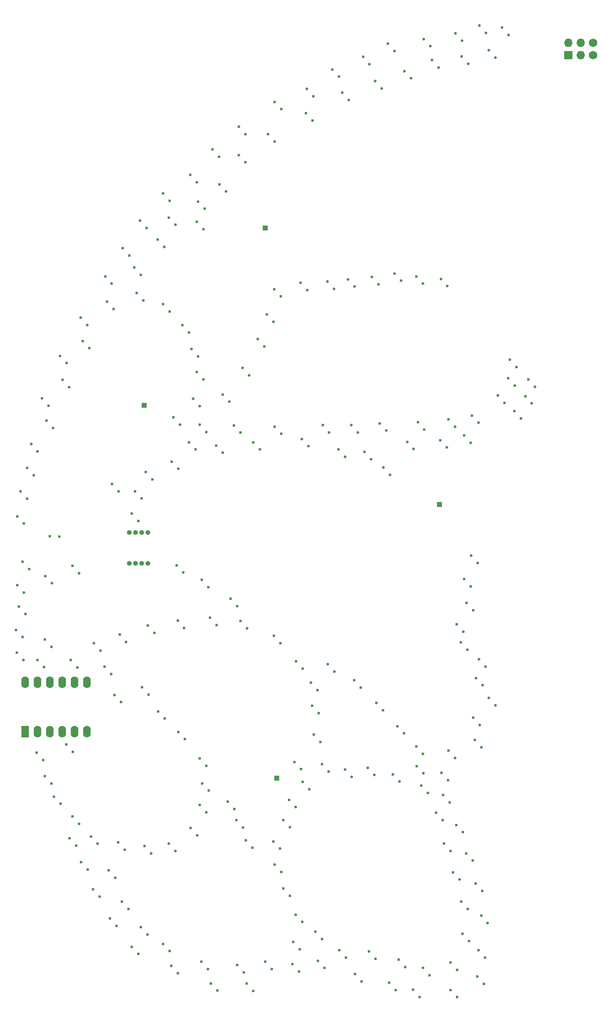
<source format=gbr>
%TF.GenerationSoftware,KiCad,Pcbnew,(6.99.0-3809-g2741d0eb4b)*%
%TF.CreationDate,2022-10-22T00:35:19-04:00*%
%TF.ProjectId,StarboardWing,53746172-626f-4617-9264-57696e672e6b,rev?*%
%TF.SameCoordinates,Original*%
%TF.FileFunction,Soldermask,Bot*%
%TF.FilePolarity,Negative*%
%FSLAX46Y46*%
G04 Gerber Fmt 4.6, Leading zero omitted, Abs format (unit mm)*
G04 Created by KiCad (PCBNEW (6.99.0-3809-g2741d0eb4b)) date 2022-10-22 00:35:19*
%MOMM*%
%LPD*%
G01*
G04 APERTURE LIST*
%ADD10C,0.600000*%
%ADD11R,1.000000X1.000000*%
%ADD12O,1.000000X1.000000*%
%ADD13O,1.727200X1.727200*%
%ADD14R,1.727200X1.727200*%
%ADD15C,1.727200*%
%ADD16R,1.600000X2.400000*%
%ADD17O,1.600000X2.400000*%
G04 APERTURE END LIST*
D10*
%TO.C,D136*%
X204750000Y-83450000D03*
X203400000Y-81950000D03*
%TD*%
%TO.C,D150*%
X181950000Y-75750000D03*
X180600000Y-74250000D03*
%TD*%
%TO.C,D23*%
X184008893Y-165576393D03*
X182658893Y-164076393D03*
%TD*%
%TO.C,D9*%
X188450000Y-129950000D03*
X187100000Y-128450000D03*
%TD*%
%TO.C,D134*%
X216508893Y-120776393D03*
X215158893Y-119276393D03*
%TD*%
%TO.C,D81*%
X225550000Y-175450000D03*
X224200000Y-173950000D03*
%TD*%
%TO.C,D7*%
X176850000Y-133350000D03*
X175500000Y-131850000D03*
%TD*%
%TO.C,D158*%
X196750000Y-52650000D03*
X195400000Y-51150000D03*
%TD*%
%TO.C,D36*%
X202608893Y-191776393D03*
X201258893Y-190276393D03*
%TD*%
%TO.C,D248*%
X271508893Y-78976393D03*
X270158893Y-77476393D03*
%TD*%
D11*
%TO.C,J2*%
X258099999Y-99899999D03*
%TD*%
D10*
%TO.C,D55*%
X261750000Y-195650000D03*
X260400000Y-194150000D03*
%TD*%
%TO.C,D141*%
X209550000Y-74150000D03*
X208200000Y-72650000D03*
%TD*%
%TO.C,D222*%
X254750000Y-54450000D03*
X253400000Y-52950000D03*
%TD*%
%TO.C,D146*%
X191150000Y-59650000D03*
X189800000Y-58150000D03*
%TD*%
%TO.C,D186*%
X269650000Y-7950000D03*
X268300000Y-6450000D03*
%TD*%
%TO.C,D164*%
X209850000Y-39050000D03*
X208500000Y-37550000D03*
%TD*%
%TO.C,D64*%
X260408893Y-171176393D03*
X259058893Y-169676393D03*
%TD*%
%TO.C,D15*%
X210150000Y-153650000D03*
X208800000Y-152150000D03*
%TD*%
%TO.C,D31*%
X188250000Y-180550000D03*
X186900000Y-179050000D03*
%TD*%
%TO.C,D167*%
X214208893Y-35476393D03*
X212858893Y-33976393D03*
%TD*%
%TO.C,D50*%
X249150000Y-199750000D03*
X247800000Y-198250000D03*
%TD*%
%TO.C,D58*%
X264208893Y-189676393D03*
X262858893Y-188176393D03*
%TD*%
%TO.C,D51*%
X251050000Y-195050000D03*
X249700000Y-193550000D03*
%TD*%
%TO.C,D67*%
X260250000Y-161150000D03*
X258900000Y-159650000D03*
%TD*%
%TO.C,D71*%
X249850000Y-156900000D03*
X248500000Y-155400000D03*
%TD*%
%TO.C,D165*%
X202650000Y-37400000D03*
X201300000Y-35900000D03*
%TD*%
%TO.C,D84*%
X219700000Y-170500000D03*
X218350000Y-169000000D03*
%TD*%
%TO.C,D101*%
X254750000Y-151150000D03*
X253400000Y-149650000D03*
%TD*%
%TO.C,D52*%
X254000000Y-201200000D03*
X252650000Y-199700000D03*
%TD*%
%TO.C,D46*%
X234450000Y-195250000D03*
X233100000Y-193750000D03*
%TD*%
%TO.C,D180*%
X252250000Y-12200000D03*
X250900000Y-10700000D03*
%TD*%
%TO.C,D247*%
X266150000Y-83076393D03*
X264800000Y-81576393D03*
%TD*%
%TO.C,D100*%
X250808893Y-146976393D03*
X249458893Y-145476393D03*
%TD*%
%TO.C,D60*%
X263908893Y-183076393D03*
X262558893Y-181576393D03*
%TD*%
%TO.C,D12*%
X198300000Y-139000000D03*
X196950000Y-137500000D03*
%TD*%
%TO.C,D109*%
X263050000Y-126050000D03*
X261700000Y-124550000D03*
%TD*%
%TO.C,D223*%
X250250000Y-53850000D03*
X248900000Y-52350000D03*
%TD*%
%TO.C,D221*%
X259750000Y-54950000D03*
X258400000Y-53450000D03*
%TD*%
%TO.C,D94*%
X233008893Y-138076393D03*
X231658893Y-136576393D03*
%TD*%
%TO.C,D57*%
X267508893Y-193076393D03*
X266158893Y-191576393D03*
%TD*%
%TO.C,D156*%
X172650000Y-103800000D03*
X171300000Y-102300000D03*
%TD*%
%TO.C,D11*%
X192650000Y-140550000D03*
X191300000Y-139050000D03*
%TD*%
%TO.C,D62*%
X262250000Y-177050000D03*
X260900000Y-175550000D03*
%TD*%
%TO.C,D106*%
X267008893Y-137076393D03*
X265658893Y-135576393D03*
%TD*%
%TO.C,D122*%
X213550000Y-89250000D03*
X212200000Y-87750000D03*
%TD*%
%TO.C,D184*%
X262750000Y-4450000D03*
X261400000Y-2950000D03*
%TD*%
%TO.C,D172*%
X225550000Y-18550000D03*
X224200000Y-17050000D03*
%TD*%
%TO.C,D22*%
X187808893Y-169676393D03*
X186458893Y-168176393D03*
%TD*%
%TO.C,D155*%
X173308893Y-98676393D03*
X171958893Y-97176393D03*
%TD*%
%TO.C,D129*%
X179989949Y-106470711D03*
X177974695Y-106364645D03*
%TD*%
%TO.C,D32*%
X194200000Y-183100000D03*
X192850000Y-181600000D03*
%TD*%
%TO.C,D79*%
X227400000Y-166300000D03*
X226050000Y-164800000D03*
%TD*%
%TO.C,D144*%
X202608893Y-60176393D03*
X201258893Y-58676393D03*
%TD*%
%TO.C,D34*%
X198050000Y-188350000D03*
X196700000Y-186850000D03*
%TD*%
%TO.C,D29*%
X185800000Y-175000000D03*
X184450000Y-173500000D03*
%TD*%
%TO.C,D47*%
X238850000Y-193100000D03*
X237500000Y-191600000D03*
%TD*%
%TO.C,D85*%
X217750000Y-166350000D03*
X216400000Y-164850000D03*
%TD*%
%TO.C,D8*%
X183708893Y-133376393D03*
X182358893Y-131876393D03*
%TD*%
%TO.C,D107*%
X267550000Y-133250000D03*
X266200000Y-131750000D03*
%TD*%
%TO.C,D145*%
X197250000Y-57850000D03*
X195900000Y-56350000D03*
%TD*%
%TO.C,D18*%
X208350000Y-167950000D03*
X207000000Y-166450000D03*
%TD*%
%TO.C,D133*%
X210608893Y-116876393D03*
X209258893Y-115376393D03*
%TD*%
%TO.C,D120*%
X221208893Y-88576393D03*
X219858893Y-87076393D03*
%TD*%
%TO.C,D187*%
X272350000Y-3250000D03*
X271000000Y-1750000D03*
%TD*%
%TO.C,D41*%
X219850000Y-199950000D03*
X218500000Y-198450000D03*
%TD*%
%TO.C,D35*%
X196208893Y-192376393D03*
X194858893Y-190876393D03*
%TD*%
%TO.C,D227*%
X230908893Y-55776393D03*
X229558893Y-54276393D03*
%TD*%
%TO.C,D232*%
X225508893Y-57076393D03*
X224158893Y-55576393D03*
%TD*%
%TO.C,D89*%
X205650000Y-125250000D03*
X204300000Y-123750000D03*
%TD*%
%TO.C,D131*%
X184000000Y-114000000D03*
X182650000Y-112500000D03*
%TD*%
%TO.C,D68*%
X255750000Y-159250000D03*
X254400000Y-157750000D03*
%TD*%
%TO.C,D56*%
X267250000Y-198500000D03*
X265900000Y-197000000D03*
%TD*%
%TO.C,D90*%
X212308893Y-124676393D03*
X210958893Y-123176393D03*
%TD*%
%TO.C,D250*%
X277108893Y-79076393D03*
X275758893Y-77576393D03*
%TD*%
%TO.C,D86*%
X215950000Y-162550000D03*
X214600000Y-161050000D03*
%TD*%
%TO.C,D75*%
X231308893Y-158476393D03*
X229958893Y-156976393D03*
%TD*%
%TO.C,D13*%
X201650000Y-143950000D03*
X200300000Y-142450000D03*
%TD*%
%TO.C,D78*%
X228550000Y-162150000D03*
X227200000Y-160650000D03*
%TD*%
%TO.C,D3*%
X173008893Y-122376393D03*
X171658893Y-120876393D03*
%TD*%
%TO.C,D24*%
X180208893Y-161476393D03*
X178858893Y-159976393D03*
%TD*%
%TO.C,D98*%
X241950000Y-137550000D03*
X240600000Y-136050000D03*
%TD*%
%TO.C,D96*%
X233650000Y-148750000D03*
X232300000Y-147250000D03*
%TD*%
%TO.C,D49*%
X242100000Y-198000000D03*
X240750000Y-196500000D03*
%TD*%
%TO.C,D143*%
X206608893Y-64476393D03*
X205258893Y-62976393D03*
%TD*%
%TO.C,D181*%
X256200000Y-5600000D03*
X254850000Y-4100000D03*
%TD*%
%TO.C,D178*%
X246250000Y-14250000D03*
X244900000Y-12750000D03*
%TD*%
%TO.C,D14*%
X205808893Y-148176393D03*
X204458893Y-146676393D03*
%TD*%
%TO.C,D82*%
X227400000Y-180400000D03*
X226050000Y-178900000D03*
%TD*%
%TO.C,D175*%
X237450000Y-11850000D03*
X236100000Y-10350000D03*
%TD*%
%TO.C,D44*%
X229408893Y-191376393D03*
X228058893Y-189876393D03*
%TD*%
%TO.C,D226*%
X236408893Y-55476393D03*
X235058893Y-53976393D03*
%TD*%
%TO.C,D21*%
X193408893Y-170876393D03*
X192058893Y-169376393D03*
%TD*%
%TO.C,D123*%
X210208893Y-84976393D03*
X208858893Y-83476393D03*
%TD*%
%TO.C,D53*%
X256050000Y-196750000D03*
X254700000Y-195250000D03*
%TD*%
%TO.C,D40*%
X217850000Y-196150000D03*
X216500000Y-194650000D03*
%TD*%
%TO.C,D121*%
X217200000Y-85100000D03*
X215850000Y-83600000D03*
%TD*%
%TO.C,D33*%
X191750000Y-186550000D03*
X190400000Y-185050000D03*
%TD*%
%TO.C,D10*%
X190650000Y-134750000D03*
X189300000Y-133250000D03*
%TD*%
%TO.C,D153*%
X175508893Y-88976393D03*
X174158893Y-87476393D03*
%TD*%
%TO.C,D182*%
X257950000Y-9950000D03*
X256600000Y-8450000D03*
%TD*%
%TO.C,D54*%
X261750000Y-201250000D03*
X260400000Y-199750000D03*
%TD*%
%TO.C,D45*%
X234000000Y-189300000D03*
X232650000Y-187800000D03*
%TD*%
%TO.C,D2*%
X173750000Y-113150000D03*
X172400000Y-111650000D03*
%TD*%
%TO.C,D88*%
X199508893Y-126276393D03*
X198158893Y-124776393D03*
%TD*%
%TO.C,D162*%
X203850000Y-42350000D03*
X202500000Y-40850000D03*
%TD*%
%TO.C,D176*%
X239450000Y-16650000D03*
X238100000Y-15150000D03*
%TD*%
%TO.C,D72*%
X244750000Y-155550000D03*
X243400000Y-154050000D03*
%TD*%
%TO.C,D108*%
X263850000Y-129750000D03*
X262500000Y-128250000D03*
%TD*%
%TO.C,D103*%
X266700000Y-149800000D03*
X265350000Y-148300000D03*
%TD*%
%TO.C,D63*%
X264950000Y-173150000D03*
X263600000Y-171650000D03*
%TD*%
%TO.C,D95*%
X233300000Y-142800000D03*
X231950000Y-141300000D03*
%TD*%
%TO.C,D170*%
X218200000Y-23700000D03*
X216850000Y-22200000D03*
%TD*%
%TO.C,D132*%
X205408893Y-113876393D03*
X204058893Y-112376393D03*
%TD*%
%TO.C,D30*%
X191450000Y-176650000D03*
X190100000Y-175150000D03*
%TD*%
%TO.C,D16*%
X210650000Y-158750000D03*
X209300000Y-157250000D03*
%TD*%
%TO.C,D19*%
X203850000Y-171150000D03*
X202500000Y-169650000D03*
%TD*%
%TO.C,D239*%
X244050000Y-90550000D03*
X242700000Y-89050000D03*
%TD*%
%TO.C,D105*%
X269608893Y-141176393D03*
X268258893Y-139676393D03*
%TD*%
%TO.C,D111*%
X264550000Y-116750000D03*
X263200000Y-115250000D03*
%TD*%
%TO.C,D149*%
X181508893Y-70776393D03*
X180158893Y-69276393D03*
%TD*%
%TO.C,D174*%
X232200000Y-15900000D03*
X230850000Y-14400000D03*
%TD*%
%TO.C,D28*%
X183408893Y-170076393D03*
X182058893Y-168576393D03*
%TD*%
%TO.C,D42*%
X223608893Y-195476393D03*
X222258893Y-193976393D03*
%TD*%
%TO.C,D38*%
X210550000Y-195450000D03*
X209200000Y-193950000D03*
%TD*%
%TO.C,D48*%
X244950000Y-193350000D03*
X243600000Y-191850000D03*
%TD*%
%TO.C,D104*%
X266408893Y-145276393D03*
X265058893Y-143776393D03*
%TD*%
%TO.C,D87*%
X193708893Y-128176393D03*
X192358893Y-126676393D03*
%TD*%
%TO.C,D93*%
X230008893Y-133676393D03*
X228658893Y-132176393D03*
%TD*%
%TO.C,D154*%
X174708893Y-93876393D03*
X173358893Y-92376393D03*
%TD*%
%TO.C,D252*%
X273608893Y-75376393D03*
X272258893Y-73876393D03*
%TD*%
%TO.C,D147*%
X185708893Y-62976393D03*
X184358893Y-61476393D03*
%TD*%
%TO.C,D69*%
X259900000Y-156600000D03*
X258550000Y-155100000D03*
%TD*%
%TO.C,D39*%
X212500000Y-199900000D03*
X211150000Y-198400000D03*
%TD*%
%TO.C,D238*%
X241350000Y-85050000D03*
X240000000Y-83550000D03*
%TD*%
D11*
%TO.C,J10*%
X224699999Y-156199999D03*
%TD*%
D10*
%TO.C,D117*%
X247950000Y-93750000D03*
X246600000Y-92250000D03*
%TD*%
%TO.C,D243*%
X259650000Y-88150000D03*
X258300000Y-86650000D03*
%TD*%
%TO.C,D91*%
X218550000Y-125350000D03*
X217200000Y-123850000D03*
%TD*%
%TO.C,D148*%
X186150000Y-67750000D03*
X184800000Y-66250000D03*
%TD*%
%TO.C,D17*%
X210200000Y-163200000D03*
X208850000Y-161700000D03*
%TD*%
%TO.C,D25*%
X178308893Y-157276393D03*
X176958893Y-155776393D03*
%TD*%
%TO.C,D185*%
X267650000Y-2850000D03*
X266300000Y-1350000D03*
%TD*%
%TO.C,D92*%
X225400000Y-128400000D03*
X224050000Y-126900000D03*
%TD*%
%TO.C,D183*%
X264008893Y-9176393D03*
X262658893Y-7676393D03*
%TD*%
%TO.C,D177*%
X243750000Y-9250000D03*
X242400000Y-7750000D03*
%TD*%
%TO.C,D20*%
X198850000Y-171650000D03*
X197500000Y-170150000D03*
%TD*%
%TO.C,D142*%
X208450000Y-69400000D03*
X207100000Y-67900000D03*
%TD*%
D12*
%TO.C,J1*%
X194329999Y-105629999D03*
X194329999Y-111979999D03*
X195599999Y-105629999D03*
X195599999Y-111979999D03*
X196869999Y-105629999D03*
X196869999Y-111979999D03*
X198139999Y-105629999D03*
X198139999Y-111979999D03*
%TD*%
D13*
%TO.C,X1*%
X284619999Y-4849999D03*
D14*
X284619999Y-7389999D03*
D13*
X287159999Y-4849999D03*
X287159999Y-7389999D03*
D15*
X289700000Y-4850000D03*
X289700000Y-7390000D03*
%TD*%
D10*
%TO.C,D70*%
X254800000Y-155200000D03*
X253450000Y-153700000D03*
%TD*%
%TO.C,D163*%
X209550000Y-43250000D03*
X208200000Y-41750000D03*
%TD*%
%TO.C,D225*%
X240650000Y-55050000D03*
X239300000Y-53550000D03*
%TD*%
%TO.C,D83*%
X229908893Y-185776393D03*
X228558893Y-184276393D03*
%TD*%
%TO.C,D112*%
X266008893Y-111876393D03*
X264658893Y-110376393D03*
%TD*%
%TO.C,D240*%
X247208893Y-84676393D03*
X245858893Y-83176393D03*
%TD*%
%TO.C,D244*%
X261308893Y-83876393D03*
X259958893Y-82376393D03*
%TD*%
%TO.C,D61*%
X266908893Y-179376393D03*
X265558893Y-177876393D03*
%TD*%
%TO.C,D241*%
X252808893Y-88476393D03*
X251458893Y-86976393D03*
%TD*%
%TO.C,D1*%
X172708893Y-117976393D03*
X171358893Y-116476393D03*
%TD*%
%TO.C,D126*%
X199100000Y-94700000D03*
X197750000Y-93200000D03*
%TD*%
%TO.C,D124*%
X208008893Y-88576393D03*
X206658893Y-87076393D03*
%TD*%
%TO.C,D27*%
X182708893Y-150776393D03*
X181358893Y-149276393D03*
%TD*%
%TO.C,D161*%
X197908893Y-42976393D03*
X196558893Y-41476393D03*
%TD*%
%TO.C,D6*%
X178308893Y-129176393D03*
X176958893Y-127676393D03*
%TD*%
%TO.C,D118*%
X231200000Y-87900000D03*
X229850000Y-86400000D03*
%TD*%
%TO.C,D159*%
X194350000Y-48650000D03*
X193000000Y-47150000D03*
%TD*%
%TO.C,D224*%
X245550000Y-54550000D03*
X244200000Y-53050000D03*
%TD*%
%TO.C,D160*%
X201508893Y-46876393D03*
X200158893Y-45376393D03*
%TD*%
%TO.C,D80*%
X225300000Y-170700000D03*
X223950000Y-169200000D03*
%TD*%
%TO.C,D251*%
X277708893Y-75676393D03*
X276358893Y-74176393D03*
%TD*%
%TO.C,D65*%
X262900000Y-167300000D03*
X261550000Y-165800000D03*
%TD*%
%TO.C,D97*%
X236550000Y-134250000D03*
X235200000Y-132750000D03*
%TD*%
%TO.C,D135*%
X196208893Y-103276393D03*
X194858893Y-101776393D03*
%TD*%
%TO.C,D74*%
X235350000Y-154850000D03*
X234000000Y-153350000D03*
%TD*%
D11*
%TO.C,J8*%
X222299999Y-42999999D03*
%TD*%
D10*
%TO.C,D73*%
X240050000Y-155950000D03*
X238700000Y-154450000D03*
%TD*%
D16*
%TO.C,J14*%
X172939999Y-146659999D03*
D17*
X175479999Y-146659999D03*
X178019999Y-146659999D03*
X180559999Y-146659999D03*
X183099999Y-146659999D03*
X185639999Y-146659999D03*
X185639999Y-136499999D03*
X183099999Y-136499999D03*
X180559999Y-136499999D03*
X178019999Y-136499999D03*
X175479999Y-136499999D03*
X172939999Y-136499999D03*
%TD*%
D10*
%TO.C,D179*%
X248908893Y-6576393D03*
X247558893Y-5076393D03*
%TD*%
%TO.C,D26*%
X176650000Y-152450000D03*
X175300000Y-150950000D03*
%TD*%
%TO.C,D102*%
X261350000Y-152050000D03*
X260000000Y-150550000D03*
%TD*%
%TO.C,D127*%
X196850000Y-98650000D03*
X195500000Y-97150000D03*
%TD*%
%TO.C,D166*%
X208208893Y-33576393D03*
X206858893Y-32076393D03*
%TD*%
%TO.C,D119*%
X225550000Y-85350000D03*
X224200000Y-83850000D03*
%TD*%
%TO.C,D253*%
X273908893Y-71576393D03*
X272558893Y-70076393D03*
%TD*%
%TO.C,D245*%
X264550000Y-87150000D03*
X263200000Y-85650000D03*
%TD*%
D11*
%TO.C,J9*%
X197399999Y-79499999D03*
%TD*%
D10*
%TO.C,D236*%
X235450000Y-85050000D03*
X234100000Y-83550000D03*
%TD*%
%TO.C,D4*%
X172408893Y-127176393D03*
X171058893Y-125676393D03*
%TD*%
%TO.C,D173*%
X232050000Y-20900000D03*
X230700000Y-19400000D03*
%TD*%
%TO.C,D66*%
X258800000Y-164800000D03*
X257450000Y-163300000D03*
%TD*%
%TO.C,D128*%
X192150000Y-97150000D03*
X190800000Y-95650000D03*
%TD*%
%TO.C,D234*%
X222150000Y-67350000D03*
X220800000Y-65850000D03*
%TD*%
%TO.C,D37*%
X204308893Y-196276393D03*
X202958893Y-194776393D03*
%TD*%
%TO.C,D125*%
X204450000Y-92550000D03*
X203100000Y-91050000D03*
%TD*%
%TO.C,D233*%
X223950000Y-62250000D03*
X222600000Y-60750000D03*
%TD*%
%TO.C,D242*%
X255008893Y-84476393D03*
X253658893Y-82976393D03*
%TD*%
%TO.C,D76*%
X229650000Y-154350000D03*
X228300000Y-152850000D03*
%TD*%
%TO.C,D5*%
X172608893Y-131876393D03*
X171258893Y-130376393D03*
%TD*%
%TO.C,D110*%
X265050000Y-121650000D03*
X263700000Y-120150000D03*
%TD*%
%TO.C,D157*%
X190750000Y-54450000D03*
X189400000Y-52950000D03*
%TD*%
%TO.C,D139*%
X208850000Y-79650000D03*
X207500000Y-78150000D03*
%TD*%
%TO.C,D237*%
X238708893Y-90076393D03*
X237358893Y-88576393D03*
%TD*%
%TO.C,D140*%
X214950000Y-78750000D03*
X213600000Y-77250000D03*
%TD*%
%TO.C,D152*%
X178650000Y-84150000D03*
X177300000Y-82650000D03*
%TD*%
%TO.C,D43*%
X229250000Y-195950000D03*
X227900000Y-194450000D03*
%TD*%
%TO.C,D99*%
X246508893Y-142176393D03*
X245158893Y-140676393D03*
%TD*%
%TO.C,D169*%
X218208893Y-29476393D03*
X216858893Y-27976393D03*
%TD*%
%TO.C,D171*%
X224200000Y-25200000D03*
X222850000Y-23700000D03*
%TD*%
%TO.C,D235*%
X219000000Y-73300000D03*
X217650000Y-71800000D03*
%TD*%
%TO.C,D249*%
X274850000Y-82150000D03*
X273500000Y-80650000D03*
%TD*%
%TO.C,D130*%
X178408893Y-116076393D03*
X177058893Y-114576393D03*
%TD*%
%TO.C,D151*%
X177750000Y-79550000D03*
X176400000Y-78050000D03*
%TD*%
%TO.C,D168*%
X212800000Y-28300000D03*
X211450000Y-26800000D03*
%TD*%
%TO.C,D59*%
X268050000Y-185950000D03*
X266700000Y-184450000D03*
%TD*%
M02*

</source>
